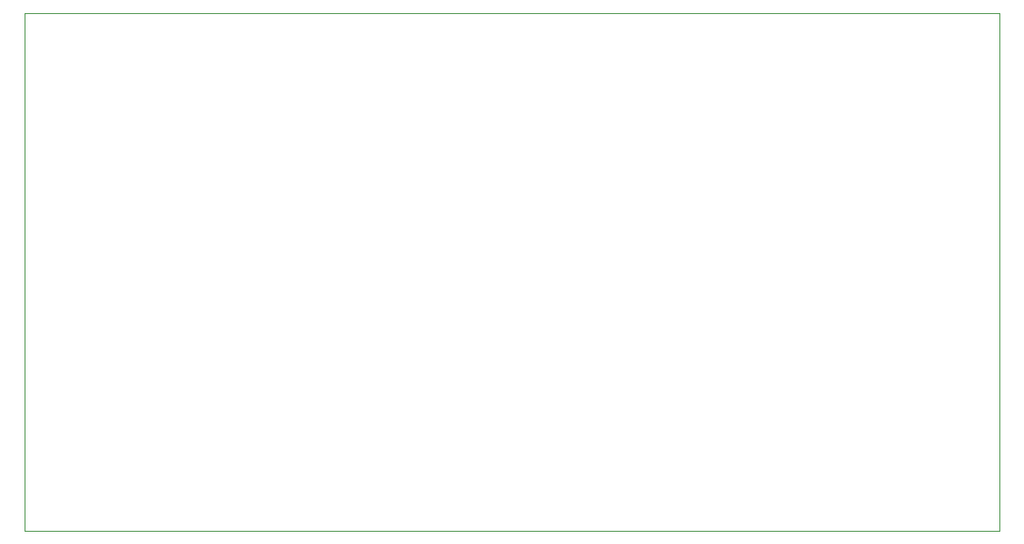
<source format=gm1>
G04 #@! TF.FileFunction,Profile,NP*
%FSLAX46Y46*%
G04 Gerber Fmt 4.6, Leading zero omitted, Abs format (unit mm)*
G04 Created by KiCad (PCBNEW 4.0.7) date 02/08/18 09:42:23*
%MOMM*%
%LPD*%
G01*
G04 APERTURE LIST*
%ADD10C,0.100000*%
G04 APERTURE END LIST*
D10*
X52500000Y-100000000D02*
X52500000Y-150000000D01*
X146500000Y-100000000D02*
X146500000Y-150000000D01*
X52500000Y-150000000D02*
X146500000Y-150000000D01*
X52500000Y-100000000D02*
X146500000Y-100000000D01*
M02*

</source>
